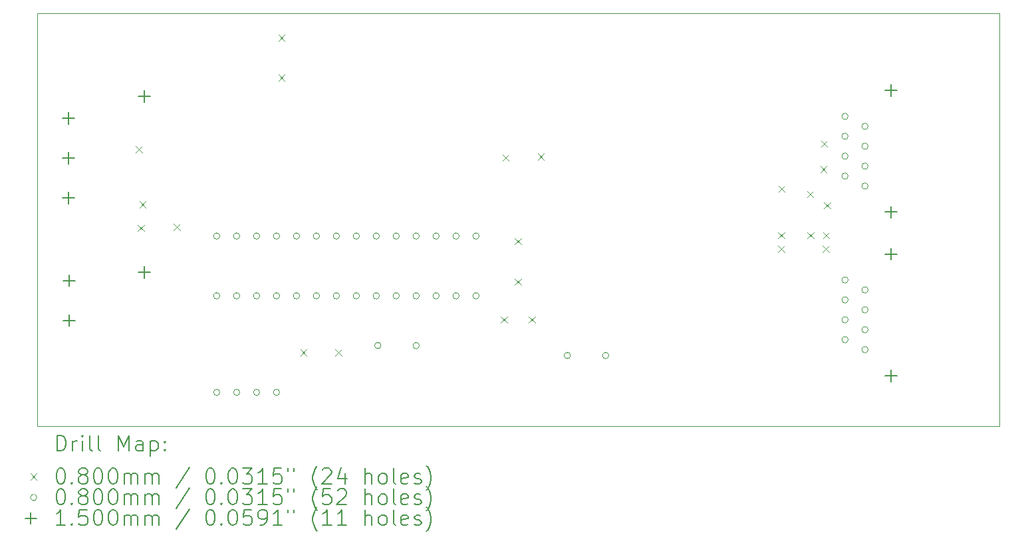
<source format=gbr>
%FSLAX45Y45*%
G04 Gerber Fmt 4.5, Leading zero omitted, Abs format (unit mm)*
G04 Created by KiCad (PCBNEW (6.0.2)) date 2022-02-18 01:26:50*
%MOMM*%
%LPD*%
G01*
G04 APERTURE LIST*
%TA.AperFunction,Profile*%
%ADD10C,0.100000*%
%TD*%
%ADD11C,0.200000*%
%ADD12C,0.080000*%
%ADD13C,0.150000*%
G04 APERTURE END LIST*
D10*
X27940000Y-1841500D02*
X15684500Y-1841500D01*
X27940000Y-7112000D02*
X27940000Y-1841500D01*
X15684500Y-7112000D02*
X27940000Y-7112000D01*
X15684500Y-1841500D02*
X15684500Y-7112000D01*
D11*
D12*
X16939900Y-3541400D02*
X17019900Y-3621400D01*
X17019900Y-3541400D02*
X16939900Y-3621400D01*
X16965300Y-4544700D02*
X17045300Y-4624700D01*
X17045300Y-4544700D02*
X16965300Y-4624700D01*
X16987020Y-4243691D02*
X17067020Y-4323691D01*
X17067020Y-4243691D02*
X16987020Y-4323691D01*
X17422500Y-4532000D02*
X17502500Y-4612000D01*
X17502500Y-4532000D02*
X17422500Y-4612000D01*
X18756000Y-2119000D02*
X18836000Y-2199000D01*
X18836000Y-2119000D02*
X18756000Y-2199000D01*
X18756000Y-2627000D02*
X18836000Y-2707000D01*
X18836000Y-2627000D02*
X18756000Y-2707000D01*
X19035400Y-6132200D02*
X19115400Y-6212200D01*
X19115400Y-6132200D02*
X19035400Y-6212200D01*
X19479900Y-6132200D02*
X19559900Y-6212200D01*
X19559900Y-6132200D02*
X19479900Y-6212200D01*
X21588100Y-5713101D02*
X21668100Y-5793101D01*
X21668100Y-5713101D02*
X21588100Y-5793101D01*
X21608420Y-3645540D02*
X21688420Y-3725540D01*
X21688420Y-3645540D02*
X21608420Y-3725540D01*
X21765900Y-4712197D02*
X21845900Y-4792197D01*
X21845900Y-4712197D02*
X21765900Y-4792197D01*
X21765900Y-5230500D02*
X21845900Y-5310500D01*
X21845900Y-5230500D02*
X21765900Y-5310500D01*
X21945296Y-5714696D02*
X22025296Y-5794696D01*
X22025296Y-5714696D02*
X21945296Y-5794696D01*
X22058000Y-3635380D02*
X22138000Y-3715380D01*
X22138000Y-3635380D02*
X22058000Y-3715380D01*
X25118700Y-4811400D02*
X25198700Y-4891400D01*
X25198700Y-4811400D02*
X25118700Y-4891400D01*
X25121010Y-4637621D02*
X25201010Y-4717621D01*
X25201010Y-4637621D02*
X25121010Y-4717621D01*
X25123780Y-4045270D02*
X25203780Y-4125270D01*
X25203780Y-4045270D02*
X25123780Y-4125270D01*
X25489540Y-4112900D02*
X25569540Y-4192900D01*
X25569540Y-4112900D02*
X25489540Y-4192900D01*
X25492400Y-4637621D02*
X25572400Y-4717621D01*
X25572400Y-4637621D02*
X25492400Y-4717621D01*
X25657180Y-3796785D02*
X25737180Y-3876785D01*
X25737180Y-3796785D02*
X25657180Y-3876785D01*
X25667825Y-3469084D02*
X25747825Y-3549084D01*
X25747825Y-3469084D02*
X25667825Y-3549084D01*
X25687971Y-4811400D02*
X25767971Y-4891400D01*
X25767971Y-4811400D02*
X25687971Y-4891400D01*
X25693371Y-4637599D02*
X25773371Y-4717599D01*
X25773371Y-4637599D02*
X25693371Y-4717599D01*
X25704635Y-4258755D02*
X25784635Y-4338755D01*
X25784635Y-4258755D02*
X25704635Y-4338755D01*
X18010500Y-4686300D02*
G75*
G03*
X18010500Y-4686300I-40000J0D01*
G01*
X18010500Y-5448300D02*
G75*
G03*
X18010500Y-5448300I-40000J0D01*
G01*
X18010500Y-6680200D02*
G75*
G03*
X18010500Y-6680200I-40000J0D01*
G01*
X18264500Y-4686300D02*
G75*
G03*
X18264500Y-4686300I-40000J0D01*
G01*
X18264500Y-5448300D02*
G75*
G03*
X18264500Y-5448300I-40000J0D01*
G01*
X18264500Y-6680200D02*
G75*
G03*
X18264500Y-6680200I-40000J0D01*
G01*
X18518500Y-4686300D02*
G75*
G03*
X18518500Y-4686300I-40000J0D01*
G01*
X18518500Y-5448300D02*
G75*
G03*
X18518500Y-5448300I-40000J0D01*
G01*
X18518500Y-6680200D02*
G75*
G03*
X18518500Y-6680200I-40000J0D01*
G01*
X18772500Y-4686300D02*
G75*
G03*
X18772500Y-4686300I-40000J0D01*
G01*
X18772500Y-5448300D02*
G75*
G03*
X18772500Y-5448300I-40000J0D01*
G01*
X18772500Y-6680200D02*
G75*
G03*
X18772500Y-6680200I-40000J0D01*
G01*
X19026500Y-4686300D02*
G75*
G03*
X19026500Y-4686300I-40000J0D01*
G01*
X19026500Y-5448300D02*
G75*
G03*
X19026500Y-5448300I-40000J0D01*
G01*
X19280500Y-4686300D02*
G75*
G03*
X19280500Y-4686300I-40000J0D01*
G01*
X19280500Y-5448300D02*
G75*
G03*
X19280500Y-5448300I-40000J0D01*
G01*
X19534500Y-4686300D02*
G75*
G03*
X19534500Y-4686300I-40000J0D01*
G01*
X19534500Y-5448300D02*
G75*
G03*
X19534500Y-5448300I-40000J0D01*
G01*
X19788500Y-4686300D02*
G75*
G03*
X19788500Y-4686300I-40000J0D01*
G01*
X19788500Y-5448300D02*
G75*
G03*
X19788500Y-5448300I-40000J0D01*
G01*
X20042500Y-4686300D02*
G75*
G03*
X20042500Y-4686300I-40000J0D01*
G01*
X20042500Y-5448300D02*
G75*
G03*
X20042500Y-5448300I-40000J0D01*
G01*
X20062500Y-6083300D02*
G75*
G03*
X20062500Y-6083300I-40000J0D01*
G01*
X20296500Y-4686300D02*
G75*
G03*
X20296500Y-4686300I-40000J0D01*
G01*
X20296500Y-5448300D02*
G75*
G03*
X20296500Y-5448300I-40000J0D01*
G01*
X20550500Y-4686300D02*
G75*
G03*
X20550500Y-4686300I-40000J0D01*
G01*
X20550500Y-5448300D02*
G75*
G03*
X20550500Y-5448300I-40000J0D01*
G01*
X20550500Y-6083300D02*
G75*
G03*
X20550500Y-6083300I-40000J0D01*
G01*
X20804500Y-4686300D02*
G75*
G03*
X20804500Y-4686300I-40000J0D01*
G01*
X20804500Y-5448300D02*
G75*
G03*
X20804500Y-5448300I-40000J0D01*
G01*
X21058500Y-4686300D02*
G75*
G03*
X21058500Y-4686300I-40000J0D01*
G01*
X21058500Y-5448300D02*
G75*
G03*
X21058500Y-5448300I-40000J0D01*
G01*
X21312500Y-4686300D02*
G75*
G03*
X21312500Y-4686300I-40000J0D01*
G01*
X21312500Y-5448300D02*
G75*
G03*
X21312500Y-5448300I-40000J0D01*
G01*
X22475500Y-6210300D02*
G75*
G03*
X22475500Y-6210300I-40000J0D01*
G01*
X22963500Y-6210300D02*
G75*
G03*
X22963500Y-6210300I-40000J0D01*
G01*
X26010300Y-3160800D02*
G75*
G03*
X26010300Y-3160800I-40000J0D01*
G01*
X26010300Y-3414800D02*
G75*
G03*
X26010300Y-3414800I-40000J0D01*
G01*
X26010300Y-3668800D02*
G75*
G03*
X26010300Y-3668800I-40000J0D01*
G01*
X26010300Y-3922800D02*
G75*
G03*
X26010300Y-3922800I-40000J0D01*
G01*
X26010700Y-5246300D02*
G75*
G03*
X26010700Y-5246300I-40000J0D01*
G01*
X26010700Y-5500300D02*
G75*
G03*
X26010700Y-5500300I-40000J0D01*
G01*
X26010700Y-5754300D02*
G75*
G03*
X26010700Y-5754300I-40000J0D01*
G01*
X26010700Y-6008300D02*
G75*
G03*
X26010700Y-6008300I-40000J0D01*
G01*
X26264300Y-3287800D02*
G75*
G03*
X26264300Y-3287800I-40000J0D01*
G01*
X26264300Y-3541800D02*
G75*
G03*
X26264300Y-3541800I-40000J0D01*
G01*
X26264300Y-3795800D02*
G75*
G03*
X26264300Y-3795800I-40000J0D01*
G01*
X26264300Y-4049800D02*
G75*
G03*
X26264300Y-4049800I-40000J0D01*
G01*
X26264700Y-5373300D02*
G75*
G03*
X26264700Y-5373300I-40000J0D01*
G01*
X26264700Y-5627300D02*
G75*
G03*
X26264700Y-5627300I-40000J0D01*
G01*
X26264700Y-5881300D02*
G75*
G03*
X26264700Y-5881300I-40000J0D01*
G01*
X26264700Y-6135300D02*
G75*
G03*
X26264700Y-6135300I-40000J0D01*
G01*
D13*
X16085820Y-3106860D02*
X16085820Y-3256860D01*
X16010820Y-3181860D02*
X16160820Y-3181860D01*
X16085820Y-3614860D02*
X16085820Y-3764860D01*
X16010820Y-3689860D02*
X16160820Y-3689860D01*
X16085820Y-4122860D02*
X16085820Y-4272860D01*
X16010820Y-4197860D02*
X16160820Y-4197860D01*
X16090900Y-5179500D02*
X16090900Y-5329500D01*
X16015900Y-5254500D02*
X16165900Y-5254500D01*
X16090900Y-5687500D02*
X16090900Y-5837500D01*
X16015900Y-5762500D02*
X16165900Y-5762500D01*
X17047350Y-2828220D02*
X17047350Y-2978220D01*
X16972350Y-2903220D02*
X17122350Y-2903220D01*
X17047350Y-5073580D02*
X17047350Y-5223580D01*
X16972350Y-5148580D02*
X17122350Y-5148580D01*
X26554300Y-2755300D02*
X26554300Y-2905300D01*
X26479300Y-2830300D02*
X26629300Y-2830300D01*
X26554300Y-4305300D02*
X26554300Y-4455300D01*
X26479300Y-4380300D02*
X26629300Y-4380300D01*
X26554700Y-4840800D02*
X26554700Y-4990800D01*
X26479700Y-4915800D02*
X26629700Y-4915800D01*
X26554700Y-6390800D02*
X26554700Y-6540800D01*
X26479700Y-6465800D02*
X26629700Y-6465800D01*
D11*
X15937119Y-7427476D02*
X15937119Y-7227476D01*
X15984738Y-7227476D01*
X16013309Y-7237000D01*
X16032357Y-7256048D01*
X16041881Y-7275095D01*
X16051405Y-7313190D01*
X16051405Y-7341762D01*
X16041881Y-7379857D01*
X16032357Y-7398905D01*
X16013309Y-7417952D01*
X15984738Y-7427476D01*
X15937119Y-7427476D01*
X16137119Y-7427476D02*
X16137119Y-7294143D01*
X16137119Y-7332238D02*
X16146643Y-7313190D01*
X16156167Y-7303667D01*
X16175214Y-7294143D01*
X16194262Y-7294143D01*
X16260928Y-7427476D02*
X16260928Y-7294143D01*
X16260928Y-7227476D02*
X16251405Y-7237000D01*
X16260928Y-7246524D01*
X16270452Y-7237000D01*
X16260928Y-7227476D01*
X16260928Y-7246524D01*
X16384738Y-7427476D02*
X16365690Y-7417952D01*
X16356167Y-7398905D01*
X16356167Y-7227476D01*
X16489500Y-7427476D02*
X16470452Y-7417952D01*
X16460928Y-7398905D01*
X16460928Y-7227476D01*
X16718071Y-7427476D02*
X16718071Y-7227476D01*
X16784738Y-7370333D01*
X16851405Y-7227476D01*
X16851405Y-7427476D01*
X17032357Y-7427476D02*
X17032357Y-7322714D01*
X17022833Y-7303667D01*
X17003786Y-7294143D01*
X16965690Y-7294143D01*
X16946643Y-7303667D01*
X17032357Y-7417952D02*
X17013310Y-7427476D01*
X16965690Y-7427476D01*
X16946643Y-7417952D01*
X16937119Y-7398905D01*
X16937119Y-7379857D01*
X16946643Y-7360809D01*
X16965690Y-7351286D01*
X17013310Y-7351286D01*
X17032357Y-7341762D01*
X17127595Y-7294143D02*
X17127595Y-7494143D01*
X17127595Y-7303667D02*
X17146643Y-7294143D01*
X17184738Y-7294143D01*
X17203786Y-7303667D01*
X17213310Y-7313190D01*
X17222833Y-7332238D01*
X17222833Y-7389381D01*
X17213310Y-7408428D01*
X17203786Y-7417952D01*
X17184738Y-7427476D01*
X17146643Y-7427476D01*
X17127595Y-7417952D01*
X17308548Y-7408428D02*
X17318071Y-7417952D01*
X17308548Y-7427476D01*
X17299024Y-7417952D01*
X17308548Y-7408428D01*
X17308548Y-7427476D01*
X17308548Y-7303667D02*
X17318071Y-7313190D01*
X17308548Y-7322714D01*
X17299024Y-7313190D01*
X17308548Y-7303667D01*
X17308548Y-7322714D01*
D12*
X15599500Y-7717000D02*
X15679500Y-7797000D01*
X15679500Y-7717000D02*
X15599500Y-7797000D01*
D11*
X15975214Y-7647476D02*
X15994262Y-7647476D01*
X16013309Y-7657000D01*
X16022833Y-7666524D01*
X16032357Y-7685571D01*
X16041881Y-7723667D01*
X16041881Y-7771286D01*
X16032357Y-7809381D01*
X16022833Y-7828428D01*
X16013309Y-7837952D01*
X15994262Y-7847476D01*
X15975214Y-7847476D01*
X15956167Y-7837952D01*
X15946643Y-7828428D01*
X15937119Y-7809381D01*
X15927595Y-7771286D01*
X15927595Y-7723667D01*
X15937119Y-7685571D01*
X15946643Y-7666524D01*
X15956167Y-7657000D01*
X15975214Y-7647476D01*
X16127595Y-7828428D02*
X16137119Y-7837952D01*
X16127595Y-7847476D01*
X16118071Y-7837952D01*
X16127595Y-7828428D01*
X16127595Y-7847476D01*
X16251405Y-7733190D02*
X16232357Y-7723667D01*
X16222833Y-7714143D01*
X16213309Y-7695095D01*
X16213309Y-7685571D01*
X16222833Y-7666524D01*
X16232357Y-7657000D01*
X16251405Y-7647476D01*
X16289500Y-7647476D01*
X16308548Y-7657000D01*
X16318071Y-7666524D01*
X16327595Y-7685571D01*
X16327595Y-7695095D01*
X16318071Y-7714143D01*
X16308548Y-7723667D01*
X16289500Y-7733190D01*
X16251405Y-7733190D01*
X16232357Y-7742714D01*
X16222833Y-7752238D01*
X16213309Y-7771286D01*
X16213309Y-7809381D01*
X16222833Y-7828428D01*
X16232357Y-7837952D01*
X16251405Y-7847476D01*
X16289500Y-7847476D01*
X16308548Y-7837952D01*
X16318071Y-7828428D01*
X16327595Y-7809381D01*
X16327595Y-7771286D01*
X16318071Y-7752238D01*
X16308548Y-7742714D01*
X16289500Y-7733190D01*
X16451405Y-7647476D02*
X16470452Y-7647476D01*
X16489500Y-7657000D01*
X16499024Y-7666524D01*
X16508548Y-7685571D01*
X16518071Y-7723667D01*
X16518071Y-7771286D01*
X16508548Y-7809381D01*
X16499024Y-7828428D01*
X16489500Y-7837952D01*
X16470452Y-7847476D01*
X16451405Y-7847476D01*
X16432357Y-7837952D01*
X16422833Y-7828428D01*
X16413309Y-7809381D01*
X16403786Y-7771286D01*
X16403786Y-7723667D01*
X16413309Y-7685571D01*
X16422833Y-7666524D01*
X16432357Y-7657000D01*
X16451405Y-7647476D01*
X16641881Y-7647476D02*
X16660928Y-7647476D01*
X16679976Y-7657000D01*
X16689500Y-7666524D01*
X16699024Y-7685571D01*
X16708548Y-7723667D01*
X16708548Y-7771286D01*
X16699024Y-7809381D01*
X16689500Y-7828428D01*
X16679976Y-7837952D01*
X16660928Y-7847476D01*
X16641881Y-7847476D01*
X16622833Y-7837952D01*
X16613309Y-7828428D01*
X16603786Y-7809381D01*
X16594262Y-7771286D01*
X16594262Y-7723667D01*
X16603786Y-7685571D01*
X16613309Y-7666524D01*
X16622833Y-7657000D01*
X16641881Y-7647476D01*
X16794262Y-7847476D02*
X16794262Y-7714143D01*
X16794262Y-7733190D02*
X16803786Y-7723667D01*
X16822833Y-7714143D01*
X16851405Y-7714143D01*
X16870452Y-7723667D01*
X16879976Y-7742714D01*
X16879976Y-7847476D01*
X16879976Y-7742714D02*
X16889500Y-7723667D01*
X16908548Y-7714143D01*
X16937119Y-7714143D01*
X16956167Y-7723667D01*
X16965690Y-7742714D01*
X16965690Y-7847476D01*
X17060929Y-7847476D02*
X17060929Y-7714143D01*
X17060929Y-7733190D02*
X17070452Y-7723667D01*
X17089500Y-7714143D01*
X17118071Y-7714143D01*
X17137119Y-7723667D01*
X17146643Y-7742714D01*
X17146643Y-7847476D01*
X17146643Y-7742714D02*
X17156167Y-7723667D01*
X17175214Y-7714143D01*
X17203786Y-7714143D01*
X17222833Y-7723667D01*
X17232357Y-7742714D01*
X17232357Y-7847476D01*
X17622833Y-7637952D02*
X17451405Y-7895095D01*
X17879976Y-7647476D02*
X17899024Y-7647476D01*
X17918071Y-7657000D01*
X17927595Y-7666524D01*
X17937119Y-7685571D01*
X17946643Y-7723667D01*
X17946643Y-7771286D01*
X17937119Y-7809381D01*
X17927595Y-7828428D01*
X17918071Y-7837952D01*
X17899024Y-7847476D01*
X17879976Y-7847476D01*
X17860929Y-7837952D01*
X17851405Y-7828428D01*
X17841881Y-7809381D01*
X17832357Y-7771286D01*
X17832357Y-7723667D01*
X17841881Y-7685571D01*
X17851405Y-7666524D01*
X17860929Y-7657000D01*
X17879976Y-7647476D01*
X18032357Y-7828428D02*
X18041881Y-7837952D01*
X18032357Y-7847476D01*
X18022833Y-7837952D01*
X18032357Y-7828428D01*
X18032357Y-7847476D01*
X18165690Y-7647476D02*
X18184738Y-7647476D01*
X18203786Y-7657000D01*
X18213310Y-7666524D01*
X18222833Y-7685571D01*
X18232357Y-7723667D01*
X18232357Y-7771286D01*
X18222833Y-7809381D01*
X18213310Y-7828428D01*
X18203786Y-7837952D01*
X18184738Y-7847476D01*
X18165690Y-7847476D01*
X18146643Y-7837952D01*
X18137119Y-7828428D01*
X18127595Y-7809381D01*
X18118071Y-7771286D01*
X18118071Y-7723667D01*
X18127595Y-7685571D01*
X18137119Y-7666524D01*
X18146643Y-7657000D01*
X18165690Y-7647476D01*
X18299024Y-7647476D02*
X18422833Y-7647476D01*
X18356167Y-7723667D01*
X18384738Y-7723667D01*
X18403786Y-7733190D01*
X18413310Y-7742714D01*
X18422833Y-7761762D01*
X18422833Y-7809381D01*
X18413310Y-7828428D01*
X18403786Y-7837952D01*
X18384738Y-7847476D01*
X18327595Y-7847476D01*
X18308548Y-7837952D01*
X18299024Y-7828428D01*
X18613310Y-7847476D02*
X18499024Y-7847476D01*
X18556167Y-7847476D02*
X18556167Y-7647476D01*
X18537119Y-7676048D01*
X18518071Y-7695095D01*
X18499024Y-7704619D01*
X18794262Y-7647476D02*
X18699024Y-7647476D01*
X18689500Y-7742714D01*
X18699024Y-7733190D01*
X18718071Y-7723667D01*
X18765690Y-7723667D01*
X18784738Y-7733190D01*
X18794262Y-7742714D01*
X18803786Y-7761762D01*
X18803786Y-7809381D01*
X18794262Y-7828428D01*
X18784738Y-7837952D01*
X18765690Y-7847476D01*
X18718071Y-7847476D01*
X18699024Y-7837952D01*
X18689500Y-7828428D01*
X18879976Y-7647476D02*
X18879976Y-7685571D01*
X18956167Y-7647476D02*
X18956167Y-7685571D01*
X19251405Y-7923667D02*
X19241881Y-7914143D01*
X19222833Y-7885571D01*
X19213310Y-7866524D01*
X19203786Y-7837952D01*
X19194262Y-7790333D01*
X19194262Y-7752238D01*
X19203786Y-7704619D01*
X19213310Y-7676048D01*
X19222833Y-7657000D01*
X19241881Y-7628428D01*
X19251405Y-7618905D01*
X19318071Y-7666524D02*
X19327595Y-7657000D01*
X19346643Y-7647476D01*
X19394262Y-7647476D01*
X19413310Y-7657000D01*
X19422833Y-7666524D01*
X19432357Y-7685571D01*
X19432357Y-7704619D01*
X19422833Y-7733190D01*
X19308548Y-7847476D01*
X19432357Y-7847476D01*
X19603786Y-7714143D02*
X19603786Y-7847476D01*
X19556167Y-7637952D02*
X19508548Y-7780809D01*
X19632357Y-7780809D01*
X19860929Y-7847476D02*
X19860929Y-7647476D01*
X19946643Y-7847476D02*
X19946643Y-7742714D01*
X19937119Y-7723667D01*
X19918071Y-7714143D01*
X19889500Y-7714143D01*
X19870452Y-7723667D01*
X19860929Y-7733190D01*
X20070452Y-7847476D02*
X20051405Y-7837952D01*
X20041881Y-7828428D01*
X20032357Y-7809381D01*
X20032357Y-7752238D01*
X20041881Y-7733190D01*
X20051405Y-7723667D01*
X20070452Y-7714143D01*
X20099024Y-7714143D01*
X20118071Y-7723667D01*
X20127595Y-7733190D01*
X20137119Y-7752238D01*
X20137119Y-7809381D01*
X20127595Y-7828428D01*
X20118071Y-7837952D01*
X20099024Y-7847476D01*
X20070452Y-7847476D01*
X20251405Y-7847476D02*
X20232357Y-7837952D01*
X20222833Y-7818905D01*
X20222833Y-7647476D01*
X20403786Y-7837952D02*
X20384738Y-7847476D01*
X20346643Y-7847476D01*
X20327595Y-7837952D01*
X20318071Y-7818905D01*
X20318071Y-7742714D01*
X20327595Y-7723667D01*
X20346643Y-7714143D01*
X20384738Y-7714143D01*
X20403786Y-7723667D01*
X20413310Y-7742714D01*
X20413310Y-7761762D01*
X20318071Y-7780809D01*
X20489500Y-7837952D02*
X20508548Y-7847476D01*
X20546643Y-7847476D01*
X20565690Y-7837952D01*
X20575214Y-7818905D01*
X20575214Y-7809381D01*
X20565690Y-7790333D01*
X20546643Y-7780809D01*
X20518071Y-7780809D01*
X20499024Y-7771286D01*
X20489500Y-7752238D01*
X20489500Y-7742714D01*
X20499024Y-7723667D01*
X20518071Y-7714143D01*
X20546643Y-7714143D01*
X20565690Y-7723667D01*
X20641881Y-7923667D02*
X20651405Y-7914143D01*
X20670452Y-7885571D01*
X20679976Y-7866524D01*
X20689500Y-7837952D01*
X20699024Y-7790333D01*
X20699024Y-7752238D01*
X20689500Y-7704619D01*
X20679976Y-7676048D01*
X20670452Y-7657000D01*
X20651405Y-7628428D01*
X20641881Y-7618905D01*
D12*
X15679500Y-8021000D02*
G75*
G03*
X15679500Y-8021000I-40000J0D01*
G01*
D11*
X15975214Y-7911476D02*
X15994262Y-7911476D01*
X16013309Y-7921000D01*
X16022833Y-7930524D01*
X16032357Y-7949571D01*
X16041881Y-7987667D01*
X16041881Y-8035286D01*
X16032357Y-8073381D01*
X16022833Y-8092428D01*
X16013309Y-8101952D01*
X15994262Y-8111476D01*
X15975214Y-8111476D01*
X15956167Y-8101952D01*
X15946643Y-8092428D01*
X15937119Y-8073381D01*
X15927595Y-8035286D01*
X15927595Y-7987667D01*
X15937119Y-7949571D01*
X15946643Y-7930524D01*
X15956167Y-7921000D01*
X15975214Y-7911476D01*
X16127595Y-8092428D02*
X16137119Y-8101952D01*
X16127595Y-8111476D01*
X16118071Y-8101952D01*
X16127595Y-8092428D01*
X16127595Y-8111476D01*
X16251405Y-7997190D02*
X16232357Y-7987667D01*
X16222833Y-7978143D01*
X16213309Y-7959095D01*
X16213309Y-7949571D01*
X16222833Y-7930524D01*
X16232357Y-7921000D01*
X16251405Y-7911476D01*
X16289500Y-7911476D01*
X16308548Y-7921000D01*
X16318071Y-7930524D01*
X16327595Y-7949571D01*
X16327595Y-7959095D01*
X16318071Y-7978143D01*
X16308548Y-7987667D01*
X16289500Y-7997190D01*
X16251405Y-7997190D01*
X16232357Y-8006714D01*
X16222833Y-8016238D01*
X16213309Y-8035286D01*
X16213309Y-8073381D01*
X16222833Y-8092428D01*
X16232357Y-8101952D01*
X16251405Y-8111476D01*
X16289500Y-8111476D01*
X16308548Y-8101952D01*
X16318071Y-8092428D01*
X16327595Y-8073381D01*
X16327595Y-8035286D01*
X16318071Y-8016238D01*
X16308548Y-8006714D01*
X16289500Y-7997190D01*
X16451405Y-7911476D02*
X16470452Y-7911476D01*
X16489500Y-7921000D01*
X16499024Y-7930524D01*
X16508548Y-7949571D01*
X16518071Y-7987667D01*
X16518071Y-8035286D01*
X16508548Y-8073381D01*
X16499024Y-8092428D01*
X16489500Y-8101952D01*
X16470452Y-8111476D01*
X16451405Y-8111476D01*
X16432357Y-8101952D01*
X16422833Y-8092428D01*
X16413309Y-8073381D01*
X16403786Y-8035286D01*
X16403786Y-7987667D01*
X16413309Y-7949571D01*
X16422833Y-7930524D01*
X16432357Y-7921000D01*
X16451405Y-7911476D01*
X16641881Y-7911476D02*
X16660928Y-7911476D01*
X16679976Y-7921000D01*
X16689500Y-7930524D01*
X16699024Y-7949571D01*
X16708548Y-7987667D01*
X16708548Y-8035286D01*
X16699024Y-8073381D01*
X16689500Y-8092428D01*
X16679976Y-8101952D01*
X16660928Y-8111476D01*
X16641881Y-8111476D01*
X16622833Y-8101952D01*
X16613309Y-8092428D01*
X16603786Y-8073381D01*
X16594262Y-8035286D01*
X16594262Y-7987667D01*
X16603786Y-7949571D01*
X16613309Y-7930524D01*
X16622833Y-7921000D01*
X16641881Y-7911476D01*
X16794262Y-8111476D02*
X16794262Y-7978143D01*
X16794262Y-7997190D02*
X16803786Y-7987667D01*
X16822833Y-7978143D01*
X16851405Y-7978143D01*
X16870452Y-7987667D01*
X16879976Y-8006714D01*
X16879976Y-8111476D01*
X16879976Y-8006714D02*
X16889500Y-7987667D01*
X16908548Y-7978143D01*
X16937119Y-7978143D01*
X16956167Y-7987667D01*
X16965690Y-8006714D01*
X16965690Y-8111476D01*
X17060929Y-8111476D02*
X17060929Y-7978143D01*
X17060929Y-7997190D02*
X17070452Y-7987667D01*
X17089500Y-7978143D01*
X17118071Y-7978143D01*
X17137119Y-7987667D01*
X17146643Y-8006714D01*
X17146643Y-8111476D01*
X17146643Y-8006714D02*
X17156167Y-7987667D01*
X17175214Y-7978143D01*
X17203786Y-7978143D01*
X17222833Y-7987667D01*
X17232357Y-8006714D01*
X17232357Y-8111476D01*
X17622833Y-7901952D02*
X17451405Y-8159095D01*
X17879976Y-7911476D02*
X17899024Y-7911476D01*
X17918071Y-7921000D01*
X17927595Y-7930524D01*
X17937119Y-7949571D01*
X17946643Y-7987667D01*
X17946643Y-8035286D01*
X17937119Y-8073381D01*
X17927595Y-8092428D01*
X17918071Y-8101952D01*
X17899024Y-8111476D01*
X17879976Y-8111476D01*
X17860929Y-8101952D01*
X17851405Y-8092428D01*
X17841881Y-8073381D01*
X17832357Y-8035286D01*
X17832357Y-7987667D01*
X17841881Y-7949571D01*
X17851405Y-7930524D01*
X17860929Y-7921000D01*
X17879976Y-7911476D01*
X18032357Y-8092428D02*
X18041881Y-8101952D01*
X18032357Y-8111476D01*
X18022833Y-8101952D01*
X18032357Y-8092428D01*
X18032357Y-8111476D01*
X18165690Y-7911476D02*
X18184738Y-7911476D01*
X18203786Y-7921000D01*
X18213310Y-7930524D01*
X18222833Y-7949571D01*
X18232357Y-7987667D01*
X18232357Y-8035286D01*
X18222833Y-8073381D01*
X18213310Y-8092428D01*
X18203786Y-8101952D01*
X18184738Y-8111476D01*
X18165690Y-8111476D01*
X18146643Y-8101952D01*
X18137119Y-8092428D01*
X18127595Y-8073381D01*
X18118071Y-8035286D01*
X18118071Y-7987667D01*
X18127595Y-7949571D01*
X18137119Y-7930524D01*
X18146643Y-7921000D01*
X18165690Y-7911476D01*
X18299024Y-7911476D02*
X18422833Y-7911476D01*
X18356167Y-7987667D01*
X18384738Y-7987667D01*
X18403786Y-7997190D01*
X18413310Y-8006714D01*
X18422833Y-8025762D01*
X18422833Y-8073381D01*
X18413310Y-8092428D01*
X18403786Y-8101952D01*
X18384738Y-8111476D01*
X18327595Y-8111476D01*
X18308548Y-8101952D01*
X18299024Y-8092428D01*
X18613310Y-8111476D02*
X18499024Y-8111476D01*
X18556167Y-8111476D02*
X18556167Y-7911476D01*
X18537119Y-7940048D01*
X18518071Y-7959095D01*
X18499024Y-7968619D01*
X18794262Y-7911476D02*
X18699024Y-7911476D01*
X18689500Y-8006714D01*
X18699024Y-7997190D01*
X18718071Y-7987667D01*
X18765690Y-7987667D01*
X18784738Y-7997190D01*
X18794262Y-8006714D01*
X18803786Y-8025762D01*
X18803786Y-8073381D01*
X18794262Y-8092428D01*
X18784738Y-8101952D01*
X18765690Y-8111476D01*
X18718071Y-8111476D01*
X18699024Y-8101952D01*
X18689500Y-8092428D01*
X18879976Y-7911476D02*
X18879976Y-7949571D01*
X18956167Y-7911476D02*
X18956167Y-7949571D01*
X19251405Y-8187667D02*
X19241881Y-8178143D01*
X19222833Y-8149571D01*
X19213310Y-8130524D01*
X19203786Y-8101952D01*
X19194262Y-8054333D01*
X19194262Y-8016238D01*
X19203786Y-7968619D01*
X19213310Y-7940048D01*
X19222833Y-7921000D01*
X19241881Y-7892428D01*
X19251405Y-7882905D01*
X19422833Y-7911476D02*
X19327595Y-7911476D01*
X19318071Y-8006714D01*
X19327595Y-7997190D01*
X19346643Y-7987667D01*
X19394262Y-7987667D01*
X19413310Y-7997190D01*
X19422833Y-8006714D01*
X19432357Y-8025762D01*
X19432357Y-8073381D01*
X19422833Y-8092428D01*
X19413310Y-8101952D01*
X19394262Y-8111476D01*
X19346643Y-8111476D01*
X19327595Y-8101952D01*
X19318071Y-8092428D01*
X19508548Y-7930524D02*
X19518071Y-7921000D01*
X19537119Y-7911476D01*
X19584738Y-7911476D01*
X19603786Y-7921000D01*
X19613310Y-7930524D01*
X19622833Y-7949571D01*
X19622833Y-7968619D01*
X19613310Y-7997190D01*
X19499024Y-8111476D01*
X19622833Y-8111476D01*
X19860929Y-8111476D02*
X19860929Y-7911476D01*
X19946643Y-8111476D02*
X19946643Y-8006714D01*
X19937119Y-7987667D01*
X19918071Y-7978143D01*
X19889500Y-7978143D01*
X19870452Y-7987667D01*
X19860929Y-7997190D01*
X20070452Y-8111476D02*
X20051405Y-8101952D01*
X20041881Y-8092428D01*
X20032357Y-8073381D01*
X20032357Y-8016238D01*
X20041881Y-7997190D01*
X20051405Y-7987667D01*
X20070452Y-7978143D01*
X20099024Y-7978143D01*
X20118071Y-7987667D01*
X20127595Y-7997190D01*
X20137119Y-8016238D01*
X20137119Y-8073381D01*
X20127595Y-8092428D01*
X20118071Y-8101952D01*
X20099024Y-8111476D01*
X20070452Y-8111476D01*
X20251405Y-8111476D02*
X20232357Y-8101952D01*
X20222833Y-8082905D01*
X20222833Y-7911476D01*
X20403786Y-8101952D02*
X20384738Y-8111476D01*
X20346643Y-8111476D01*
X20327595Y-8101952D01*
X20318071Y-8082905D01*
X20318071Y-8006714D01*
X20327595Y-7987667D01*
X20346643Y-7978143D01*
X20384738Y-7978143D01*
X20403786Y-7987667D01*
X20413310Y-8006714D01*
X20413310Y-8025762D01*
X20318071Y-8044809D01*
X20489500Y-8101952D02*
X20508548Y-8111476D01*
X20546643Y-8111476D01*
X20565690Y-8101952D01*
X20575214Y-8082905D01*
X20575214Y-8073381D01*
X20565690Y-8054333D01*
X20546643Y-8044809D01*
X20518071Y-8044809D01*
X20499024Y-8035286D01*
X20489500Y-8016238D01*
X20489500Y-8006714D01*
X20499024Y-7987667D01*
X20518071Y-7978143D01*
X20546643Y-7978143D01*
X20565690Y-7987667D01*
X20641881Y-8187667D02*
X20651405Y-8178143D01*
X20670452Y-8149571D01*
X20679976Y-8130524D01*
X20689500Y-8101952D01*
X20699024Y-8054333D01*
X20699024Y-8016238D01*
X20689500Y-7968619D01*
X20679976Y-7940048D01*
X20670452Y-7921000D01*
X20651405Y-7892428D01*
X20641881Y-7882905D01*
D13*
X15604500Y-8210000D02*
X15604500Y-8360000D01*
X15529500Y-8285000D02*
X15679500Y-8285000D01*
D11*
X16041881Y-8375476D02*
X15927595Y-8375476D01*
X15984738Y-8375476D02*
X15984738Y-8175476D01*
X15965690Y-8204048D01*
X15946643Y-8223095D01*
X15927595Y-8232619D01*
X16127595Y-8356428D02*
X16137119Y-8365952D01*
X16127595Y-8375476D01*
X16118071Y-8365952D01*
X16127595Y-8356428D01*
X16127595Y-8375476D01*
X16318071Y-8175476D02*
X16222833Y-8175476D01*
X16213309Y-8270714D01*
X16222833Y-8261190D01*
X16241881Y-8251667D01*
X16289500Y-8251667D01*
X16308548Y-8261190D01*
X16318071Y-8270714D01*
X16327595Y-8289762D01*
X16327595Y-8337381D01*
X16318071Y-8356428D01*
X16308548Y-8365952D01*
X16289500Y-8375476D01*
X16241881Y-8375476D01*
X16222833Y-8365952D01*
X16213309Y-8356428D01*
X16451405Y-8175476D02*
X16470452Y-8175476D01*
X16489500Y-8185000D01*
X16499024Y-8194524D01*
X16508548Y-8213571D01*
X16518071Y-8251667D01*
X16518071Y-8299286D01*
X16508548Y-8337381D01*
X16499024Y-8356428D01*
X16489500Y-8365952D01*
X16470452Y-8375476D01*
X16451405Y-8375476D01*
X16432357Y-8365952D01*
X16422833Y-8356428D01*
X16413309Y-8337381D01*
X16403786Y-8299286D01*
X16403786Y-8251667D01*
X16413309Y-8213571D01*
X16422833Y-8194524D01*
X16432357Y-8185000D01*
X16451405Y-8175476D01*
X16641881Y-8175476D02*
X16660928Y-8175476D01*
X16679976Y-8185000D01*
X16689500Y-8194524D01*
X16699024Y-8213571D01*
X16708548Y-8251667D01*
X16708548Y-8299286D01*
X16699024Y-8337381D01*
X16689500Y-8356428D01*
X16679976Y-8365952D01*
X16660928Y-8375476D01*
X16641881Y-8375476D01*
X16622833Y-8365952D01*
X16613309Y-8356428D01*
X16603786Y-8337381D01*
X16594262Y-8299286D01*
X16594262Y-8251667D01*
X16603786Y-8213571D01*
X16613309Y-8194524D01*
X16622833Y-8185000D01*
X16641881Y-8175476D01*
X16794262Y-8375476D02*
X16794262Y-8242143D01*
X16794262Y-8261190D02*
X16803786Y-8251667D01*
X16822833Y-8242143D01*
X16851405Y-8242143D01*
X16870452Y-8251667D01*
X16879976Y-8270714D01*
X16879976Y-8375476D01*
X16879976Y-8270714D02*
X16889500Y-8251667D01*
X16908548Y-8242143D01*
X16937119Y-8242143D01*
X16956167Y-8251667D01*
X16965690Y-8270714D01*
X16965690Y-8375476D01*
X17060929Y-8375476D02*
X17060929Y-8242143D01*
X17060929Y-8261190D02*
X17070452Y-8251667D01*
X17089500Y-8242143D01*
X17118071Y-8242143D01*
X17137119Y-8251667D01*
X17146643Y-8270714D01*
X17146643Y-8375476D01*
X17146643Y-8270714D02*
X17156167Y-8251667D01*
X17175214Y-8242143D01*
X17203786Y-8242143D01*
X17222833Y-8251667D01*
X17232357Y-8270714D01*
X17232357Y-8375476D01*
X17622833Y-8165952D02*
X17451405Y-8423095D01*
X17879976Y-8175476D02*
X17899024Y-8175476D01*
X17918071Y-8185000D01*
X17927595Y-8194524D01*
X17937119Y-8213571D01*
X17946643Y-8251667D01*
X17946643Y-8299286D01*
X17937119Y-8337381D01*
X17927595Y-8356428D01*
X17918071Y-8365952D01*
X17899024Y-8375476D01*
X17879976Y-8375476D01*
X17860929Y-8365952D01*
X17851405Y-8356428D01*
X17841881Y-8337381D01*
X17832357Y-8299286D01*
X17832357Y-8251667D01*
X17841881Y-8213571D01*
X17851405Y-8194524D01*
X17860929Y-8185000D01*
X17879976Y-8175476D01*
X18032357Y-8356428D02*
X18041881Y-8365952D01*
X18032357Y-8375476D01*
X18022833Y-8365952D01*
X18032357Y-8356428D01*
X18032357Y-8375476D01*
X18165690Y-8175476D02*
X18184738Y-8175476D01*
X18203786Y-8185000D01*
X18213310Y-8194524D01*
X18222833Y-8213571D01*
X18232357Y-8251667D01*
X18232357Y-8299286D01*
X18222833Y-8337381D01*
X18213310Y-8356428D01*
X18203786Y-8365952D01*
X18184738Y-8375476D01*
X18165690Y-8375476D01*
X18146643Y-8365952D01*
X18137119Y-8356428D01*
X18127595Y-8337381D01*
X18118071Y-8299286D01*
X18118071Y-8251667D01*
X18127595Y-8213571D01*
X18137119Y-8194524D01*
X18146643Y-8185000D01*
X18165690Y-8175476D01*
X18413310Y-8175476D02*
X18318071Y-8175476D01*
X18308548Y-8270714D01*
X18318071Y-8261190D01*
X18337119Y-8251667D01*
X18384738Y-8251667D01*
X18403786Y-8261190D01*
X18413310Y-8270714D01*
X18422833Y-8289762D01*
X18422833Y-8337381D01*
X18413310Y-8356428D01*
X18403786Y-8365952D01*
X18384738Y-8375476D01*
X18337119Y-8375476D01*
X18318071Y-8365952D01*
X18308548Y-8356428D01*
X18518071Y-8375476D02*
X18556167Y-8375476D01*
X18575214Y-8365952D01*
X18584738Y-8356428D01*
X18603786Y-8327857D01*
X18613310Y-8289762D01*
X18613310Y-8213571D01*
X18603786Y-8194524D01*
X18594262Y-8185000D01*
X18575214Y-8175476D01*
X18537119Y-8175476D01*
X18518071Y-8185000D01*
X18508548Y-8194524D01*
X18499024Y-8213571D01*
X18499024Y-8261190D01*
X18508548Y-8280238D01*
X18518071Y-8289762D01*
X18537119Y-8299286D01*
X18575214Y-8299286D01*
X18594262Y-8289762D01*
X18603786Y-8280238D01*
X18613310Y-8261190D01*
X18803786Y-8375476D02*
X18689500Y-8375476D01*
X18746643Y-8375476D02*
X18746643Y-8175476D01*
X18727595Y-8204048D01*
X18708548Y-8223095D01*
X18689500Y-8232619D01*
X18879976Y-8175476D02*
X18879976Y-8213571D01*
X18956167Y-8175476D02*
X18956167Y-8213571D01*
X19251405Y-8451667D02*
X19241881Y-8442143D01*
X19222833Y-8413571D01*
X19213310Y-8394524D01*
X19203786Y-8365952D01*
X19194262Y-8318333D01*
X19194262Y-8280238D01*
X19203786Y-8232619D01*
X19213310Y-8204048D01*
X19222833Y-8185000D01*
X19241881Y-8156428D01*
X19251405Y-8146905D01*
X19432357Y-8375476D02*
X19318071Y-8375476D01*
X19375214Y-8375476D02*
X19375214Y-8175476D01*
X19356167Y-8204048D01*
X19337119Y-8223095D01*
X19318071Y-8232619D01*
X19622833Y-8375476D02*
X19508548Y-8375476D01*
X19565690Y-8375476D02*
X19565690Y-8175476D01*
X19546643Y-8204048D01*
X19527595Y-8223095D01*
X19508548Y-8232619D01*
X19860929Y-8375476D02*
X19860929Y-8175476D01*
X19946643Y-8375476D02*
X19946643Y-8270714D01*
X19937119Y-8251667D01*
X19918071Y-8242143D01*
X19889500Y-8242143D01*
X19870452Y-8251667D01*
X19860929Y-8261190D01*
X20070452Y-8375476D02*
X20051405Y-8365952D01*
X20041881Y-8356428D01*
X20032357Y-8337381D01*
X20032357Y-8280238D01*
X20041881Y-8261190D01*
X20051405Y-8251667D01*
X20070452Y-8242143D01*
X20099024Y-8242143D01*
X20118071Y-8251667D01*
X20127595Y-8261190D01*
X20137119Y-8280238D01*
X20137119Y-8337381D01*
X20127595Y-8356428D01*
X20118071Y-8365952D01*
X20099024Y-8375476D01*
X20070452Y-8375476D01*
X20251405Y-8375476D02*
X20232357Y-8365952D01*
X20222833Y-8346905D01*
X20222833Y-8175476D01*
X20403786Y-8365952D02*
X20384738Y-8375476D01*
X20346643Y-8375476D01*
X20327595Y-8365952D01*
X20318071Y-8346905D01*
X20318071Y-8270714D01*
X20327595Y-8251667D01*
X20346643Y-8242143D01*
X20384738Y-8242143D01*
X20403786Y-8251667D01*
X20413310Y-8270714D01*
X20413310Y-8289762D01*
X20318071Y-8308809D01*
X20489500Y-8365952D02*
X20508548Y-8375476D01*
X20546643Y-8375476D01*
X20565690Y-8365952D01*
X20575214Y-8346905D01*
X20575214Y-8337381D01*
X20565690Y-8318333D01*
X20546643Y-8308809D01*
X20518071Y-8308809D01*
X20499024Y-8299286D01*
X20489500Y-8280238D01*
X20489500Y-8270714D01*
X20499024Y-8251667D01*
X20518071Y-8242143D01*
X20546643Y-8242143D01*
X20565690Y-8251667D01*
X20641881Y-8451667D02*
X20651405Y-8442143D01*
X20670452Y-8413571D01*
X20679976Y-8394524D01*
X20689500Y-8365952D01*
X20699024Y-8318333D01*
X20699024Y-8280238D01*
X20689500Y-8232619D01*
X20679976Y-8204048D01*
X20670452Y-8185000D01*
X20651405Y-8156428D01*
X20641881Y-8146905D01*
M02*

</source>
